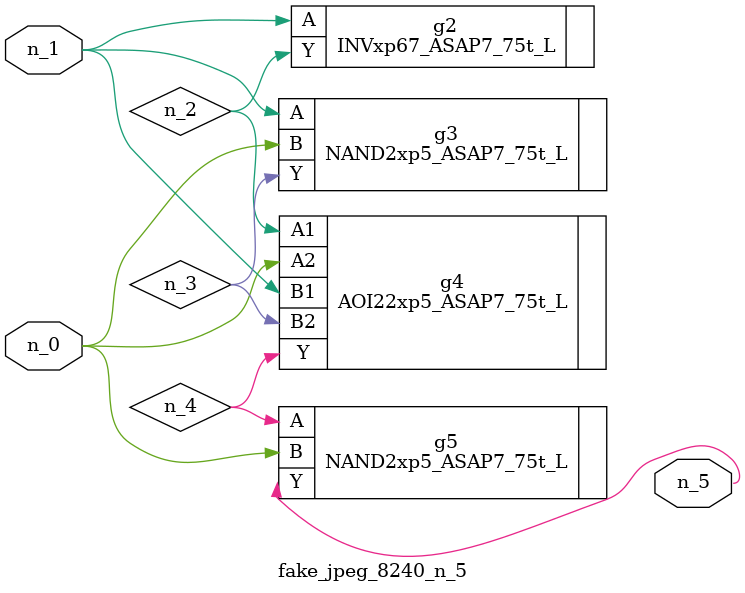
<source format=v>
module fake_jpeg_8240_n_5 (n_0, n_1, n_5);

input n_0;
input n_1;

output n_5;

wire n_3;
wire n_2;
wire n_4;

INVxp67_ASAP7_75t_L g2 ( 
.A(n_1),
.Y(n_2)
);

NAND2xp5_ASAP7_75t_L g3 ( 
.A(n_1),
.B(n_0),
.Y(n_3)
);

AOI22xp5_ASAP7_75t_L g4 ( 
.A1(n_2),
.A2(n_0),
.B1(n_1),
.B2(n_3),
.Y(n_4)
);

NAND2xp5_ASAP7_75t_L g5 ( 
.A(n_4),
.B(n_0),
.Y(n_5)
);


endmodule
</source>
